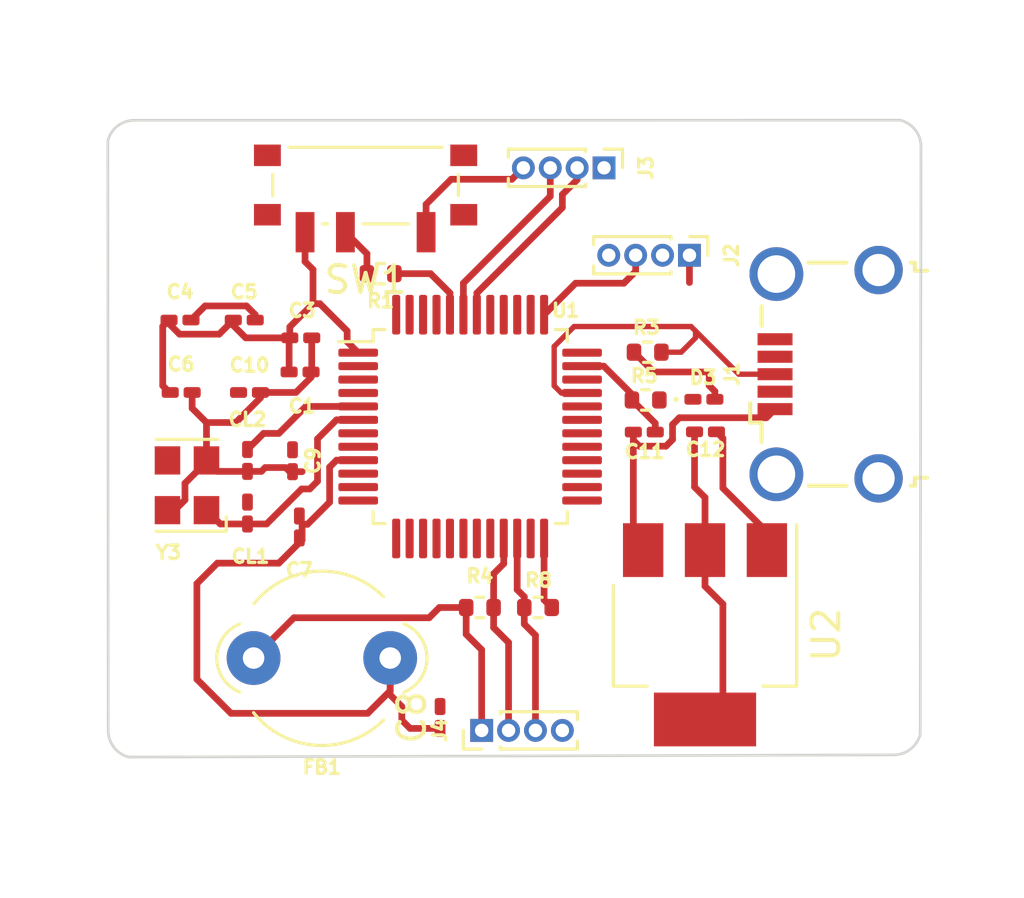
<source format=kicad_pcb>
(kicad_pcb (version 20221018) (generator pcbnew)
  (title_block (title "STM32 PCB BOARD") (company "Rafi's Lab") (comment 1 "using STM32f103c8t6"))
  (layers (0 "F.Cu" signal) (31 "B.Cu" signal) (34 "B.Paste" user) (35 "F.Paste" user) (36 "B.SilkS" user "B.Silkscreen") (37 "F.SilkS" user "F.Silkscreen") (38 "B.Mask" user) (39 "F.Mask" user) (44 "Edge.Cuts" user))
  (net 0 "")
  (net 1 "+3.3V")
  (net 2 "GND1")
  (net 3 "+3.3VA")
  (net 4 "/NRST")
  (net 5 "VBUS")
  (net 6 "/HSE_OUT")
  (net 7 "/HSE_IN")
  (net 8 "/PWR_LED_K")
  (net 9 "/USB_D-")
  (net 10 "/USB_D+")
  (net 13 "/SWDIO")
  (net 14 "/SWCLK")
  (net 15 "/USART1_TX")
  (net 16 "/USART1_RX")
  (net 17 "/I2C2_SCL")
  (net 18 "/I2C2_SDA")
  (net 19 "/SW_BOOT0")
  (net 20 "/BOOT0")
  (footprint "Capacitor_SMD:C_0201_0603Metric_Pad0.64x0.40mm_HandSolder" (layer "F.Cu") (at 142.6725 73.914)
    (fp_text reference "C6" (at 0 -1.05) (layer "F.SilkS") (effects (font (size 0.5 0.5) (thickness 0.125))))
    (fp_text value "10u")
    (pad "1" smd roundrect (at -0.4075 0) (size 0.635 0.4) (layers "F.Cu" "F.Mask") (net 1 "+3.3V"))
    (pad "2" smd roundrect (at 0.4075 0) (size 0.635 0.4) (layers "F.Cu" "F.Mask") (net 2 "GND1"))
  )
  (footprint "Capacitor_SMD:C_0201_0603Metric_Pad0.64x0.40mm_HandSolder" (layer "F.Cu") (at 145.137 76.442869 -90)
    (fp_text reference "CL2" (at -1.524 0 180) (layer "F.SilkS") (effects (font (size 0.5 0.5) (thickness 0.125))))
    (fp_text value "10p")
    (pad "1" smd roundrect (at -0.4075 0 270) (size 0.635 0.4) (layers "F.Cu" "F.Mask") (net 7 "/HSE_IN"))
    (pad "2" smd roundrect (at 0.4075 0 270) (size 0.635 0.4) (layers "F.Cu" "F.Mask") (net 2 "GND1"))
  )
  (footprint "Ferrite_THT:LairdTech_28C0236-0JW-10" (layer "F.Cu") (at 150.4442 83.7946 180)
    (fp_text reference "FB1" (at 2.54 -4.064) (layer "F.SilkS") (effects (font (size 0.5 0.5) (thickness 0.125))))
    (fp_text value "FerriteBead_Small")
    (fp_arc (start -0.508 1.27) (mid -1.367832 0) (end -0.508 -1.27) (stroke (width 0.12)) (layer "F.SilkS"))
    (fp_arc (start 0.239932 -2.300068) (mid 2.71988 -3.24781) (end 5.08 -2.032) (stroke (width 0.12)) (layer "F.SilkS"))
    (fp_arc (start 5.064465 2.019572) (mid 2.71878 3.227946) (end 0.254 2.286) (stroke (width 0.12)) (layer "F.SilkS"))
    (fp_arc (start 5.588 -1.27) (mid 6.447832 0) (end 5.588 1.27) (stroke (width 0.12)) (layer "F.SilkS"))
    (pad "1" thru_hole circle (at 0 0 180) (size 2 2) (drill 0.8) (layers "*.Cu" "*.Mask") (net 3 "+3.3VA"))
    (pad "2" thru_hole circle (at 5.08 0 180) (size 2 2) (drill 0.8) (layers "*.Cu" "*.Mask") (net 1 "+3.3V"))
  )
  (footprint "Resistor_SMD:R_0402_1005Metric" (layer "F.Cu") (at 150.0886 69.4944)
    (fp_text reference "R1" (at 0 1.016) (layer "F.SilkS") (effects (font (size 0.5 0.5) (thickness 0.125))))
    (fp_text value "10k")
    (fp_line (start -0.153641 -0.38) (end 0.153641 -0.38) (stroke (width 0.12)) (layer "F.SilkS"))
    (fp_line (start -0.153641 0.38) (end 0.153641 0.38) (stroke (width 0.12)) (layer "F.SilkS"))
    (pad "1" smd roundrect (at -0.51 0) (size 0.54 0.64) (layers "F.Cu" "F.Paste" "F.Mask") (net 19 "/SW_BOOT0"))
    (pad "2" smd roundrect (at 0.51 0) (size 0.54 0.64) (layers "F.Cu" "F.Paste" "F.Mask") (net 20 "/BOOT0"))
  )
  (footprint "Capacitor_SMD:C_0201_0603Metric_Pad0.64x0.40mm_HandSolder" (layer "F.Cu") (at 145.137 78.399369 90)
    (fp_text reference "CL1" (at -1.610631 0.110951 180) (layer "F.SilkS") (effects (font (size 0.5 0.5) (thickness 0.125))))
    (fp_text value "10p")
    (pad "1" smd roundrect (at -0.4075 0 90) (size 0.635 0.4) (layers "F.Cu" "F.Mask") (net 6 "/HSE_OUT"))
    (pad "2" smd roundrect (at 0.4075 0 90) (size 0.635 0.4) (layers "F.Cu" "F.Mask") (net 2 "GND1"))
  )
  (footprint "Capacitor_SMD:C_0201_0603Metric_Pad0.64x0.40mm_HandSolder" (layer "F.Cu") (at 147.1185 71.882)
    (fp_text reference "C3" (at 0.0505 -1.016) (layer "F.SilkS") (effects (font (size 0.5 0.5) (thickness 0.125))))
    (fp_text value "100n")
    (pad "1" smd roundrect (at -0.4075 0) (size 0.635 0.4) (layers "F.Cu" "F.Mask") (net 1 "+3.3V"))
    (pad "2" smd roundrect (at 0.4075 0) (size 0.635 0.4) (layers "F.Cu" "F.Mask") (net 2 "GND1"))
  )
  (footprint "Capacitor_SMD:C_0201_0603Metric_Pad0.64x0.40mm_HandSolder" (layer "F.Cu") (at 145.2125 73.914)
    (fp_text reference "C10" (at 0 -1.016) (layer "F.SilkS") (effects (font (size 0.5 0.5) (thickness 0.125))))
    (fp_text value "100n")
    (pad "1" smd roundrect (at -0.4075 0) (size 0.635 0.4) (layers "F.Cu" "F.Mask") (net 4 "/NRST"))
    (pad "2" smd roundrect (at 0.4075 0) (size 0.635 0.4) (layers "F.Cu" "F.Mask") (net 2 "GND1"))
  )
  (footprint "Capacitor_SMD:C_0201_0603Metric_Pad0.64x0.40mm_HandSolder" (layer "F.Cu") (at 145.017623 71.220294)
    (fp_text reference "C5" (at 0 -1.05) (layer "F.SilkS") (effects (font (size 0.5 0.5) (thickness 0.125))))
    (fp_text value "100n")
    (pad "1" smd roundrect (at -0.4075 0) (size 0.635 0.4) (layers "F.Cu" "F.Mask") (net 1 "+3.3V"))
    (pad "2" smd roundrect (at 0.4075 0) (size 0.635 0.4) (layers "F.Cu" "F.Mask") (net 2 "GND1"))
  )
  (footprint "Capacitor_SMD:C_0201_0603Metric_Pad0.64x0.40mm_HandSolder" (layer "F.Cu") (at 159.8923 75.3872)
    (fp_text reference "C11" (at 0.012185 0.73168) (layer "F.SilkS") (effects (font (size 0.5 0.5) (thickness 0.125))))
    (fp_text value "22U")
    (pad "1" smd roundrect (at -0.4075 0) (size 0.635 0.4) (layers "F.Cu" "F.Mask") (net 5 "VBUS"))
    (pad "2" smd roundrect (at 0.4075 0) (size 0.635 0.4) (layers "F.Cu" "F.Mask") (net 2 "GND1"))
  )
  (footprint "Connector_PinHeader_1.00mm:PinHeader_1x04_P1.00mm_Vertical" (layer "F.Cu") (at 158.3958 65.5574 -90)
    (fp_text reference "J3" (at 0 -1.56 90) (layer "F.SilkS") (effects (font (size 0.5 0.5) (thickness 0.125))))
    (fp_text value "Conn_01x04_Pin")
    (fp_line (start -0.695 -0.685) (end 0 -0.685) (stroke (width 0.12)) (layer "F.SilkS"))
    (fp_line (start -0.695 0) (end -0.695 -0.685) (stroke (width 0.12)) (layer "F.SilkS"))
    (fp_line (start -0.695 0.685) (end -0.695 3.56) (stroke (width 0.12)) (layer "F.SilkS"))
    (fp_line (start -0.695 0.685) (end -0.608276 0.685) (stroke (width 0.12)) (layer "F.SilkS"))
    (fp_line (start -0.695 3.56) (end -0.394493 3.56) (stroke (width 0.12)) (layer "F.SilkS"))
    (fp_line (start 0.394493 3.56) (end 0.695 3.56) (stroke (width 0.12)) (layer "F.SilkS"))
    (fp_line (start 0.608276 0.685) (end 0.695 0.685) (stroke (width 0.12)) (layer "F.SilkS"))
    (fp_line (start 0.695 0.685) (end 0.695 3.56) (stroke (width 0.12)) (layer "F.SilkS"))
    (pad "1" thru_hole rect (at 0 0 270) (size 0.85 0.85) (drill 0.5) (layers "*.Cu" "*.Mask") (net 1 "+3.3V"))
    (pad "2" thru_hole oval (at 0 1 270) (size 0.85 0.85) (drill 0.5) (layers "*.Cu" "*.Mask") (net 15 "/USART1_TX"))
    (pad "3" thru_hole oval (at 0 2 270) (size 0.85 0.85) (drill 0.5) (layers "*.Cu" "*.Mask") (net 16 "/USART1_RX"))
    (pad "4" thru_hole oval (at 0 3 270) (size 0.85 0.85) (drill 0.5) (layers "*.Cu" "*.Mask") (net 2 "GND1"))
  )
  (footprint "Capacitor_SMD:C_0201_0603Metric_Pad0.64x0.40mm_HandSolder" (layer "F.Cu") (at 147.066 78.9185 90)
    (fp_text reference "C7" (at -1.5995 0 180) (layer "F.SilkS") (effects (font (size 0.5 0.5) (thickness 0.125))))
    (fp_text value "10n")
    (pad "1" smd roundrect (at -0.4075 0 90) (size 0.635 0.4) (layers "F.Cu" "F.Mask") (net 3 "+3.3VA"))
    (pad "2" smd roundrect (at 0.4075 0 90) (size 0.635 0.4) (layers "F.Cu" "F.Mask") (net 2 "GND1"))
  )
  (footprint "Capacitor_SMD:C_0201_0603Metric_Pad0.64x0.40mm_HandSolder" (layer "F.Cu") (at 147.0935 73.152)
    (fp_text reference "C1" (at 0.0755 1.27) (layer "F.SilkS") (effects (font (size 0.5 0.5) (thickness 0.125))))
    (fp_text value "100n")
    (pad "1" smd roundrect (at -0.4075 0) (size 0.635 0.4) (layers "F.Cu" "F.Mask") (net 1 "+3.3V"))
    (pad "2" smd roundrect (at 0.4075 0) (size 0.635 0.4) (layers "F.Cu" "F.Mask") (net 2 "GND1"))
  )
  (footprint "Capacitor_SMD:C_0201_0603Metric_Pad0.64x0.40mm_HandSolder" (layer "F.Cu") (at 142.628623 71.220294)
    (fp_text reference "C4" (at 0 -1.05) (layer "F.SilkS") (effects (font (size 0.5 0.5) (thickness 0.125))))
    (fp_text value "100n")
    (pad "1" smd roundrect (at -0.4075 0) (size 0.635 0.4) (layers "F.Cu" "F.Mask") (net 1 "+3.3V"))
    (pad "2" smd roundrect (at 0.4075 0) (size 0.635 0.4) (layers "F.Cu" "F.Mask") (net 2 "GND1"))
  )
  (footprint "Resistor_SMD:R_0402_1005Metric" (layer "F.Cu") (at 155.94 81.915 180)
    (fp_text reference "R8" (at -0.016 1.016) (layer "F.SilkS") (effects (font (size 0.5 0.5) (thickness 0.125))))
    (fp_text value "1k5")
    (fp_line (start -0.153641 -0.38) (end 0.153641 -0.38) (stroke (width 0.12)) (layer "F.SilkS"))
    (fp_line (start -0.153641 0.38) (end 0.153641 0.38) (stroke (width 0.12)) (layer "F.SilkS"))
    (pad "1" smd roundrect (at -0.51 0 180) (size 0.54 0.64) (layers "F.Cu" "F.Paste" "F.Mask") (net 1 "+3.3V"))
    (pad "2" smd roundrect (at 0.51 0 180) (size 0.54 0.64) (layers "F.Cu" "F.Paste" "F.Mask") (net 18 "/I2C2_SDA"))
  )
  (footprint "MountingHole:MountingHole_2.2mm_M2" (layer "F.Cu") (at 141.8336 86.106)
    (fp_text reference "H4" hide)
    (fp_text value "MountingHole")
    (pad "" np_thru_hole circle (at 0 0) (size 2.2 2.2) (drill 2.2) (layers "*.Cu" "*.Mask"))
  )
  (footprint "Resistor_SMD:R_0402_1005Metric" (layer "F.Cu") (at 159.9418 74.1934 180)
    (fp_text reference "R5" (at 0.050706 0.898668) (layer "F.SilkS") (effects (font (size 0.5 0.5) (thickness 0.125))))
    (fp_text value "1k5")
    (fp_line (start -0.153641 -0.38) (end 0.153641 -0.38) (stroke (width 0.12)) (layer "F.SilkS"))
    (fp_line (start -0.153641 0.38) (end 0.153641 0.38) (stroke (width 0.12)) (layer "F.SilkS"))
    (pad "1" smd roundrect (at -0.51 0 180) (size 0.54 0.64) (layers "F.Cu" "F.Paste" "F.Mask") (net 8 "/PWR_LED_K"))
    (pad "2" smd roundrect (at 0.51 0 180) (size 0.54 0.64) (layers "F.Cu" "F.Paste" "F.Mask") (net 2 "GND1"))
  )
  (footprint "Connector_PinHeader_1.00mm:PinHeader_1x04_P1.00mm_Vertical" (layer "F.Cu") (at 161.5708 68.8086 -90)
    (fp_text reference "J2" (at 0 -1.56 90) (layer "F.SilkS") (effects (font (size 0.5 0.5) (thickness 0.125))))
    (fp_text value "Conn_01x04_Pin")
    (fp_line (start -0.695 -0.685) (end 0 -0.685) (stroke (width 0.12)) (layer "F.SilkS"))
    (fp_line (start -0.695 0) (end -0.695 -0.685) (stroke (width 0.12)) (layer "F.SilkS"))
    (fp_line (start -0.695 0.685) (end -0.695 3.56) (stroke (width 0.12)) (layer "F.SilkS"))
    (fp_line (start -0.695 0.685) (end -0.608276 0.685) (stroke (width 0.12)) (layer "F.SilkS"))
    (fp_line (start -0.695 3.56) (end -0.394493 3.56) (stroke (width 0.12)) (layer "F.SilkS"))
    (fp_line (start 0.394493 3.56) (end 0.695 3.56) (stroke (width 0.12)) (layer "F.SilkS"))
    (fp_line (start 0.608276 0.685) (end 0.695 0.685) (stroke (width 0.12)) (layer "F.SilkS"))
    (fp_line (start 0.695 0.685) (end 0.695 3.56) (stroke (width 0.12)) (layer "F.SilkS"))
    (pad "1" thru_hole rect (at 0 0 270) (size 0.85 0.85) (drill 0.5) (layers "*.Cu" "*.Mask") (net 1 "+3.3V"))
    (pad "2" thru_hole oval (at 0 1 270) (size 0.85 0.85) (drill 0.5) (layers "*.Cu" "*.Mask") (net 13 "/SWDIO"))
    (pad "3" thru_hole oval (at 0 2 270) (size 0.85 0.85) (drill 0.5) (layers "*.Cu" "*.Mask") (net 14 "/SWCLK"))
    (pad "4" thru_hole oval (at 0 3 270) (size 0.85 0.85) (drill 0.5) (layers "*.Cu" "*.Mask") (net 2 "GND1"))
  )
  (footprint "Connector_PinHeader_1.00mm:PinHeader_1x04_P1.00mm_Vertical" (layer "F.Cu") (at 153.845 86.487 90)
    (fp_text reference "J4" (at 0 -1.56 90) (layer "F.SilkS") (effects (font (size 0.5 0.5) (thickness 0.125))))
    (fp_text value "Conn_01x04_Pin")
    (fp_line (start -0.695 -0.685) (end 0 -0.685) (stroke (width 0.12)) (layer "F.SilkS"))
    (fp_line (start -0.695 0) (end -0.695 -0.685) (stroke (width 0.12)) (layer "F.SilkS"))
    (fp_line (start -0.695 0.685) (end -0.695 3.56) (stroke (width 0.12)) (layer "F.SilkS"))
    (fp_line (start -0.695 0.685) (end -0.608276 0.685) (stroke (width 0.12)) (layer "F.SilkS"))
    (fp_line (start -0.695 3.56) (end -0.394493 3.56) (stroke (width 0.12)) (layer "F.SilkS"))
    (fp_line (start 0.394493 3.56) (end 0.695 3.56) (stroke (width 0.12)) (layer "F.SilkS"))
    (fp_line (start 0.608276 0.685) (end 0.695 0.685) (stroke (width 0.12)) (layer "F.SilkS"))
    (fp_line (start 0.695 0.685) (end 0.695 3.56) (stroke (width 0.12)) (layer "F.SilkS"))
    (pad "1" thru_hole rect (at 0 0 90) (size 0.85 0.85) (drill 0.5) (layers "*.Cu" "*.Mask") (net 1 "+3.3V"))
    (pad "2" thru_hole oval (at 0 1 90) (size 0.85 0.85) (drill 0.5) (layers "*.Cu" "*.Mask") (net 17 "/I2C2_SCL"))
    (pad "3" thru_hole oval (at 0 2 90) (size 0.85 0.85) (drill 0.5) (layers "*.Cu" "*.Mask") (net 18 "/I2C2_SDA"))
    (pad "4" thru_hole oval (at 0 3 90) (size 0.85 0.85) (drill 0.5) (layers "*.Cu" "*.Mask") (net 2 "GND1"))
  )
  (footprint "LED_SMD:LED_0201_0603Metric_Pad0.64x0.40mm_HandSolder" (layer "F.Cu") (at 162.1084 74.168)
    (fp_text reference "D3" (at -0.031 -0.8128) (layer "F.SilkS") (effects (font (size 0.5 0.5) (thickness 0.125) bold)))
    (fp_text value "LED_Small")
    (fp_circle (center -1.035 0) (end -0.985 0) (stroke (width 0.1)) (fill none) (layer "F.SilkS"))
    (pad "1" smd roundrect (at -0.4075 0) (size 0.635 0.4) (layers "F.Cu" "F.Mask") (net 8 "/PWR_LED_K"))
    (pad "2" smd roundrect (at 0.4075 0) (size 0.635 0.4) (layers "F.Cu" "F.Mask") (net 1 "+3.3V"))
  )
  (footprint "Capacitor_SMD:C_0201_0603Metric_Pad0.64x0.40mm_HandSolder" (layer "F.Cu") (at 146.812 76.454 -90)
    (fp_text reference "C9" (at 0 -0.762 90) (layer "F.SilkS") (effects (font (size 0.5 0.5) (thickness 0.125))))
    (fp_text value "100n")
    (pad "1" smd roundrect (at -0.4075 0 270) (size 0.635 0.4) (layers "F.Cu" "F.Mask") (net 1 "+3.3V"))
    (pad "2" smd roundrect (at 0.4075 0 270) (size 0.635 0.4) (layers "F.Cu" "F.Mask") (net 2 "GND1"))
  )
  (footprint "Resistor_SMD:R_0402_1005Metric" (layer "F.Cu") (at 160.018 72.4154 180)
    (fp_text reference "R3" (at 0.0508 0.9144 180) (layer "F.SilkS") (effects (font (size 0.5 0.5) (thickness 0.125))))
    (fp_text value "1k5")
    (fp_line (start -0.153641 -0.38) (end 0.153641 -0.38) (stroke (width 0.12)) (layer "F.SilkS"))
    (fp_line (start -0.153641 0.38) (end 0.153641 0.38) (stroke (width 0.12)) (layer "F.SilkS"))
    (pad "1" smd roundrect (at -0.51 0 180) (size 0.54 0.64) (layers "F.Cu" "F.Paste" "F.Mask") (net 10 "/USB_D+"))
    (pad "2" smd roundrect (at 0.51 0 180) (size 0.54 0.64) (layers "F.Cu" "F.Paste" "F.Mask") (net 1 "+3.3V"))
  )
  (footprint "MountingHole:MountingHole_2.2mm_M2" (layer "F.Cu") (at 168.583974 65.360266)
    (fp_text reference "H2" hide)
    (fp_text value "MountingHole")
    (pad "" np_thru_hole circle (at 0 0) (size 2.2 2.2) (drill 2.2) (layers "*.Cu" "*.Mask"))
  )
  (footprint "Oscillator:Oscillator_SMD_Kyocera_KC2520Z-4Pin_2.5x2.0mm" (layer "F.Cu") (at 142.888 77.367869 180)
    (fp_text reference "Y3" (at 0.688049 -2.5) (layer "F.SilkS") (effects (font (size 0.5 0.5) (thickness 0.125))))
    (fp_text value "16MHz")
    (fp_line (start -1.46 -1.71) (end 1.15 -1.71) (stroke (width 0.12)) (layer "F.SilkS"))
    (fp_line (start -1.46 -1.17) (end -1.46 -1.71) (stroke (width 0.12)) (layer "F.SilkS"))
    (fp_line (start 1.14 1.71) (end -1.14 1.71) (stroke (width 0.12)) (layer "F.SilkS"))
    (pad "1" smd rect (at -0.725 -0.925 180) (size 0.95 1.05) (layers "F.Cu" "F.Paste" "F.Mask") (net 6 "/HSE_OUT"))
    (pad "2" smd rect (at -0.725 0.925 180) (size 0.95 1.05) (layers "F.Cu" "F.Paste" "F.Mask") (net 2 "GND1"))
    (pad "3" smd rect (at 0.725 0.925 180) (size 0.95 1.05) (layers "F.Cu" "F.Paste" "F.Mask") (net 7 "/HSE_IN"))
    (pad "4" smd rect (at 0.725 -0.925 180) (size 0.95 1.05) (layers "F.Cu" "F.Paste" "F.Mask") (net 2 "GND1"))
  )
  (footprint "MountingHole:MountingHole_2.2mm_M2" (layer "F.Cu") (at 168.886479 85.527212)
    (fp_text reference "H1" hide)
    (fp_text value "MountingHole")
    (pad "" np_thru_hole circle (at 0 0) (size 2.2 2.2) (drill 2.2) (layers "*.Cu" "*.Mask"))
  )
  (footprint "Button_Switch_SMD:SW_SPDT_PCM12" (layer "F.Cu") (at 149.5284 66.5224 180)
    (fp_text reference "SW1" (at 0 -3.2 180) (layer "F.SilkS"))
    (fp_text value "SW_SPDT")
    (fp_line (start -3.45 -0.07) (end -3.45 0.72) (stroke (width 0.12)) (layer "F.SilkS"))
    (fp_line (start -2.85 1.73) (end 2.85 1.73) (stroke (width 0.12)) (layer "F.SilkS"))
    (fp_line (start -1.6 -1.12) (end 0.1 -1.12) (stroke (width 0.12)) (layer "F.SilkS"))
    (fp_line (start 1.4 -1.12) (end 1.6 -1.12) (stroke (width 0.12)) (layer "F.SilkS"))
    (fp_line (start 3.45 0.72) (end 3.45 -0.07) (stroke (width 0.12)) (layer "F.SilkS"))
    (pad "" smd rect (at -3.65 -0.78 180) (size 1 0.8) (layers "F.Cu" "F.Paste" "F.Mask"))
    (pad "" smd rect (at -3.65 1.43 180) (size 1 0.8) (layers "F.Cu" "F.Paste" "F.Mask"))
    (pad "" np_thru_hole circle (at -1.5 0.33 180) (size 0.9 0.9) (drill 0.9) (layers "*.Cu" "*.Mask"))
    (pad "" np_thru_hole circle (at 1.5 0.33 180) (size 0.9 0.9) (drill 0.9) (layers "*.Cu" "*.Mask"))
    (pad "" smd rect (at 3.65 -0.78 180) (size 1 0.8) (layers "F.Cu" "F.Paste" "F.Mask"))
    (pad "" smd rect (at 3.65 1.43 180) (size 1 0.8) (layers "F.Cu" "F.Paste" "F.Mask"))
    (pad "1" smd rect (at -2.25 -1.43 180) (size 0.7 1.5) (layers "F.Cu" "F.Paste" "F.Mask") (net 2 "GND1"))
    (pad "2" smd rect (at 0.75 -1.43 180) (size 0.7 1.5) (layers "F.Cu" "F.Paste" "F.Mask") (net 19 "/SW_BOOT0"))
    (pad "3" smd rect (at 2.25 -1.43 180) (size 0.7 1.5) (layers "F.Cu" "F.Paste" "F.Mask") (net 1 "+3.3V"))
  )
  (footprint "Package_QFP:LQFP-48_7x7mm_P0.5mm" (layer "F.Cu") (at 153.416 75.184)
    (fp_text reference "U1" (at 3.556 -4.318) (layer "F.SilkS") (effects (font (size 0.5 0.5) (thickness 0.125))))
    (fp_text value "STM32F103C8Tx")
    (fp_line (start -3.61 -3.61) (end -3.61 -3.16) (stroke (width 0.12)) (layer "F.SilkS"))
    (fp_line (start -3.61 -3.16) (end -4.9 -3.16) (stroke (width 0.12)) (layer "F.SilkS"))
    (fp_line (start -3.61 3.61) (end -3.61 3.16) (stroke (width 0.12)) (layer "F.SilkS"))
    (fp_line (start -3.16 -3.61) (end -3.61 -3.61) (stroke (width 0.12)) (layer "F.SilkS"))
    (fp_line (start -3.16 3.61) (end -3.61 3.61) (stroke (width 0.12)) (layer "F.SilkS"))
    (fp_line (start 3.16 -3.61) (end 3.61 -3.61) (stroke (width 0.12)) (layer "F.SilkS"))
    (fp_line (start 3.16 3.61) (end 3.61 3.61) (stroke (width 0.12)) (layer "F.SilkS"))
    (fp_line (start 3.61 -3.61) (end 3.61 -3.16) (stroke (width 0.12)) (layer "F.SilkS"))
    (fp_line (start 3.61 3.61) (end 3.61 3.16) (stroke (width 0.12)) (layer "F.SilkS"))
    (pad "1" smd roundrect (at -4.1625 -2.75) (size 1.475 0.3) (layers "F.Cu" "F.Paste" "F.Mask") (net 1 "+3.3V"))
    (pad "2" smd roundrect (at -4.1625 -2.25) (size 1.475 0.3) (layers "F.Cu" "F.Paste" "F.Mask"))
    (pad "3" smd roundrect (at -4.1625 -1.75) (size 1.475 0.3) (layers "F.Cu" "F.Paste" "F.Mask"))
    (pad "4" smd roundrect (at -4.1625 -1.25) (size 1.475 0.3) (layers "F.Cu" "F.Paste" "F.Mask"))
    (pad "5" smd roundrect (at -4.1625 -0.75) (size 1.475 0.3) (layers "F.Cu" "F.Paste" "F.Mask") (net 7 "/HSE_IN"))
    (pad "6" smd roundrect (at -4.1625 -0.25) (size 1.475 0.3) (layers "F.Cu" "F.Paste" "F.Mask") (net 6 "/HSE_OUT"))
    (pad "7" smd roundrect (at -4.1625 0.25) (size 1.475 0.3) (layers "F.Cu" "F.Paste" "F.Mask") (net 4 "/NRST"))
    (pad "8" smd roundrect (at -4.1625 0.75) (size 1.475 0.3) (layers "F.Cu" "F.Paste" "F.Mask") (net 2 "GND1"))
    (pad "9" smd roundrect (at -4.1625 1.25) (size 1.475 0.3) (layers "F.Cu" "F.Paste" "F.Mask") (net 3 "+3.3VA"))
    (pad "10" smd roundrect (at -4.1625 1.75) (size 1.475 0.3) (layers "F.Cu" "F.Paste" "F.Mask"))
    (pad "11" smd roundrect (at -4.1625 2.25) (size 1.475 0.3) (layers "F.Cu" "F.Paste" "F.Mask"))
    (pad "12" smd roundrect (at -4.1625 2.75) (size 1.475 0.3) (layers "F.Cu" "F.Paste" "F.Mask"))
    (pad "13" smd roundrect (at -2.75 4.1625) (size 0.3 1.475) (layers "F.Cu" "F.Paste" "F.Mask"))
    (pad "14" smd roundrect (at -2.25 4.1625) (size 0.3 1.475) (layers "F.Cu" "F.Paste" "F.Mask"))
    (pad "15" smd roundrect (at -1.75 4.1625) (size 0.3 1.475) (layers "F.Cu" "F.Paste" "F.Mask"))
    (pad "16" smd roundrect (at -1.25 4.1625) (size 0.3 1.475) (layers "F.Cu" "F.Paste" "F.Mask"))
    (pad "17" smd roundrect (at -0.75 4.1625) (size 0.3 1.475) (layers "F.Cu" "F.Paste" "F.Mask"))
    (pad "18" smd roundrect (at -0.25 4.1625) (size 0.3 1.475) (layers "F.Cu" "F.Paste" "F.Mask"))
    (pad "19" smd roundrect (at 0.25 4.1625) (size 0.3 1.475) (layers "F.Cu" "F.Paste" "F.Mask"))
    (pad "20" smd roundrect (at 0.75 4.1625) (size 0.3 1.475) (layers "F.Cu" "F.Paste" "F.Mask"))
    (pad "21" smd roundrect (at 1.25 4.1625) (size 0.3 1.475) (layers "F.Cu" "F.Paste" "F.Mask") (net 17 "/I2C2_SCL"))
    (pad "22" smd roundrect (at 1.75 4.1625) (size 0.3 1.475) (layers "F.Cu" "F.Paste" "F.Mask") (net 18 "/I2C2_SDA"))
    (pad "23" smd roundrect (at 2.25 4.1625) (size 0.3 1.475) (layers "F.Cu" "F.Paste" "F.Mask") (net 2 "GND1"))
    (pad "24" smd roundrect (at 2.75 4.1625) (size 0.3 1.475) (layers "F.Cu" "F.Paste" "F.Mask") (net 1 "+3.3V"))
    (pad "25" smd roundrect (at 4.1625 2.75) (size 1.475 0.3) (layers "F.Cu" "F.Paste" "F.Mask"))
    (pad "26" smd roundrect (at 4.1625 2.25) (size 1.475 0.3) (layers "F.Cu" "F.Paste" "F.Mask"))
    (pad "27" smd roundrect (at 4.1625 1.75) (size 1.475 0.3) (layers "F.Cu" "F.Paste" "F.Mask"))
    (pad "28" smd roundrect (at 4.1625 1.25) (size 1.475 0.3) (layers "F.Cu" "F.Paste" "F.Mask"))
    (pad "29" smd roundrect (at 4.1625 0.75) (size 1.475 0.3) (layers "F.Cu" "F.Paste" "F.Mask"))
    (pad "30" smd roundrect (at 4.1625 0.25) (size 1.475 0.3) (layers "F.Cu" "F.Paste" "F.Mask"))
    (pad "31" smd roundrect (at 4.1625 -0.25) (size 1.475 0.3) (layers "F.Cu" "F.Paste" "F.Mask"))
    (pad "32" smd roundrect (at 4.1625 -0.75) (size 1.475 0.3) (layers "F.Cu" "F.Paste" "F.Mask") (net 9 "/USB_D-"))
    (pad "33" smd roundrect (at 4.1625 -1.25) (size 1.475 0.3) (layers "F.Cu" "F.Paste" "F.Mask") (net 10 "/USB_D+"))
    (pad "34" smd roundrect (at 4.1625 -1.75) (size 1.475 0.3) (layers "F.Cu" "F.Paste" "F.Mask") (net 13 "/SWDIO"))
    (pad "35" smd roundrect (at 4.1625 -2.25) (size 1.475 0.3) (layers "F.Cu" "F.Paste" "F.Mask") (net 2 "GND1"))
    (pad "36" smd roundrect (at 4.1625 -2.75) (size 1.475 0.3) (layers "F.Cu" "F.Paste" "F.Mask") (net 1 "+3.3V"))
    (pad "37" smd roundrect (at 2.75 -4.1625) (size 0.3 1.475) (layers "F.Cu" "F.Paste" "F.Mask") (net 14 "/SWCLK"))
    (pad "38" smd roundrect (at 2.25 -4.1625) (size 0.3 1.475) (layers "F.Cu" "F.Paste" "F.Mask"))
    (pad "39" smd roundrect (at 1.75 -4.1625) (size 0.3 1.475) (layers "F.Cu" "F.Paste" "F.Mask"))
    (pad "40" smd roundrect (at 1.25 -4.1625) (size 0.3 1.475) (layers "F.Cu" "F.Paste" "F.Mask"))
    (pad "41" smd roundrect (at 0.75 -4.1625) (size 0.3 1.475) (layers "F.Cu" "F.Paste" "F.Mask"))
    (pad "42" smd roundrect (at 0.25 -4.1625) (size 0.3 1.475) (layers "F.Cu" "F.Paste" "F.Mask") (net 15 "/USART1_TX"))
    (pad "43" smd roundrect (at -0.25 -4.1625) (size 0.3 1.475) (layers "F.Cu" "F.Paste" "F.Mask") (net 16 "/USART1_RX"))
    (pad "44" smd roundrect (at -0.75 -4.1625) (size 0.3 1.475) (layers "F.Cu" "F.Paste" "F.Mask") (net 20 "/BOOT0"))
    (pad "45" smd roundrect (at -1.25 -4.1625) (size 0.3 1.475) (layers "F.Cu" "F.Paste" "F.Mask"))
    (pad "46" smd roundrect (at -1.75 -4.1625) (size 0.3 1.475) (layers "F.Cu" "F.Paste" "F.Mask"))
    (pad "47" smd roundrect (at -2.25 -4.1625) (size 0.3 1.475) (layers "F.Cu" "F.Paste" "F.Mask") (net 2 "GND1"))
    (pad "48" smd roundrect (at -2.75 -4.1625) (size 0.3 1.475) (layers "F.Cu" "F.Paste" "F.Mask") (net 1 "+3.3V"))
  )
  (footprint "Resistor_SMD:R_0402_1005Metric" (layer "F.Cu") (at 153.779 81.915)
    (fp_text reference "R4" (at 0 -1.17) (layer "F.SilkS") (effects (font (size 0.5 0.5) (thickness 0.125))))
    (fp_text value "1k5")
    (fp_line (start -0.153641 -0.38) (end 0.153641 -0.38) (stroke (width 0.12)) (layer "F.SilkS"))
    (fp_line (start -0.153641 0.38) (end 0.153641 0.38) (stroke (width 0.12)) (layer "F.SilkS"))
    (pad "1" smd roundrect (at -0.51 0) (size 0.54 0.64) (layers "F.Cu" "F.Paste" "F.Mask") (net 1 "+3.3V"))
    (pad "2" smd roundrect (at 0.51 0) (size 0.54 0.64) (layers "F.Cu" "F.Paste" "F.Mask") (net 17 "/I2C2_SCL"))
  )
  (footprint "Capacitor_SMD:C_0201_0603Metric_Pad0.64x0.40mm_HandSolder" (layer "F.Cu") (at 152.2984 86.0055 90)
    (fp_text reference "C8" (at 0 -1.05 90) (layer "F.SilkS"))
    (fp_text value "1u")
    (pad "1" smd roundrect (at -0.4075 0 90) (size 0.635 0.4) (layers "F.Cu" "F.Mask") (net 3 "+3.3VA"))
    (pad "2" smd roundrect (at 0.4075 0 90) (size 0.635 0.4) (layers "F.Cu" "F.Mask") (net 2 "GND1"))
  )
  (footprint "Capacitor_SMD:C_0201_0603Metric_Pad0.64x0.40mm_HandSolder" (layer "F.Cu") (at 162.167353 75.378824)
    (fp_text reference "C12" (at 0 0.658848) (layer "F.SilkS") (effects (font (size 0.5 0.5) (thickness 0.125))))
    (fp_text value "22U")
    (pad "1" smd roundrect (at -0.4075 0) (size 0.635 0.4) (layers "F.Cu" "F.Mask") (net 1 "+3.3V"))
    (pad "2" smd roundrect (at 0.4075 0) (size 0.635 0.4) (layers "F.Cu" "F.Mask") (net 2 "GND1"))
  )
  (footprint "Connector_USB:USB_Micro-B_Wuerth_629105150521_CircularHoles" (layer "F.Cu") (at 166.653173 73.234683 90)
    (fp_text reference "J1" (at 0 -3.5 90) (layer "F.SilkS") (effects (font (size 0.5 0.5) (thickness 0.125))))
    (fp_text value "USB_B_Micro")
    (fp_line (start -4.15 -0.65) (end -4.15 0.75) (stroke (width 0.15)) (layer "F.SilkS"))
    (fp_line (start -4.15 3.15) (end -4.15 3.3) (stroke (width 0.15)) (layer "F.SilkS"))
    (fp_line (start -4.15 3.3) (end -3.85 3.3) (stroke (width 0.15)) (layer "F.SilkS"))
    (fp_line (start -3.85 3.3) (end -3.85 3.75) (stroke (width 0.15)) (layer "F.SilkS"))
    (fp_line (start -1.8 -2.825) (end -1.8 -2.4) (stroke (width 0.15)) (layer "F.SilkS"))
    (fp_line (start -1.8 -2.4) (end -2.525 -2.4) (stroke (width 0.15)) (layer "F.SilkS"))
    (fp_line (start -1.075 -2.825) (end -1.8 -2.825) (stroke (width 0.15)) (layer "F.SilkS"))
    (fp_line (start 1.8 -2.4) (end 2.525 -2.4) (stroke (width 0.15)) (layer "F.SilkS"))
    (fp_line (start 3.85 3.3) (end 4.15 3.3) (stroke (width 0.15)) (layer "F.SilkS"))
    (fp_line (start 3.85 3.75) (end 3.85 3.3) (stroke (width 0.15)) (layer "F.SilkS"))
    (fp_line (start 4.15 0.75) (end 4.15 -0.65) (stroke (width 0.15)) (layer "F.SilkS"))
    (fp_line (start 4.15 3.3) (end 4.15 3.15) (stroke (width 0.15)) (layer "F.SilkS"))
    (pad "" np_thru_hole circle (at -2.5 -0.8 90) (size 0.8 0.8) (drill 0.8) (layers "*.Cu" "*.Mask"))
    (pad "" np_thru_hole circle (at 2.5 -0.8 90) (size 0.8 0.8) (drill 0.8) (layers "*.Cu" "*.Mask"))
    (pad "1" smd rect (at -1.3 -1.9 90) (size 0.45 1.3) (layers "F.Cu" "F.Paste" "F.Mask") (net 5 "VBUS"))
    (pad "2" smd rect (at -0.65 -1.9 90) (size 0.45 1.3) (layers "F.Cu" "F.Paste" "F.Mask") (net 9 "/USB_D-"))
    (pad "3" smd rect (at 0 -1.9 90) (size 0.45 1.3) (layers "F.Cu" "F.Paste" "F.Mask") (net 10 "/USB_D+"))
    (pad "4" smd rect (at 0.65 -1.9 90) (size 0.45 1.3) (layers "F.Cu" "F.Paste" "F.Mask"))
    (pad "5" smd rect (at 1.3 -1.9 90) (size 0.45 1.3) (layers "F.Cu" "F.Paste" "F.Mask") (net 2 "GND1"))
    (pad "6" thru_hole circle (at -3.875 1.95 90) (size 1.8 1.8) (drill 1.2) (layers "*.Cu" "*.Mask"))
    (pad "6" thru_hole circle (at -3.725 -1.85 90) (size 2 2) (drill 1.4) (layers "*.Cu" "*.Mask"))
    (pad "6" thru_hole circle (at 3.725 -1.85 90) (size 2 2) (drill 1.4) (layers "*.Cu" "*.Mask"))
    (pad "6" thru_hole circle (at 3.875 1.95 90) (size 1.8 1.8) (drill 1.2) (layers "*.Cu" "*.Mask"))
  )
  (footprint "Package_TO_SOT_SMD:SOT-223-3_TabPin2" (layer "F.Cu") (at 162.14975 82.929633 -90)
    (fp_text reference "U2" (at 0 -4.5 90) (layer "F.SilkS"))
    (fp_text value "AMS1117-3.3")
    (fp_line (start -4.1 -3.41) (end 1.91 -3.41) (stroke (width 0.12)) (layer "F.SilkS"))
    (fp_line (start -1.85 3.41) (end 1.91 3.41) (stroke (width 0.12)) (layer "F.SilkS"))
    (fp_line (start 1.91 -3.41) (end 1.91 -2.15) (stroke (width 0.12)) (layer "F.SilkS"))
    (fp_line (start 1.91 3.41) (end 1.91 2.15) (stroke (width 0.12)) (layer "F.SilkS"))
    (pad "1" smd rect (at -3.15 -2.3 270) (size 2 1.5) (layers "F.Cu" "F.Paste" "F.Mask") (net 2 "GND1"))
    (pad "2" smd rect (at -3.15 0 270) (size 2 1.5) (layers "F.Cu" "F.Paste" "F.Mask") (net 1 "+3.3V"))
    (pad "2" smd rect (at 3.15 0 270) (size 2 3.8) (layers "F.Cu" "F.Paste" "F.Mask") (net 1 "+3.3V"))
    (pad "3" smd rect (at -3.15 2.3 270) (size 2 1.5) (layers "F.Cu" "F.Paste" "F.Mask") (net 5 "VBUS"))
  )
  (footprint "MountingHole:MountingHole_2.2mm_M2" (layer "F.Cu") (at 141.5542 65.6082)
    (fp_text reference "H3" hide)
    (fp_text value "MountingHole")
    (pad "" np_thru_hole circle (at 0 0) (size 2.2 2.2) (drill 2.2) (layers "*.Cu" "*.Mask"))
  )
  (gr_line (start 170.18 64.77) (end 170.15173 86.62671) (stroke (width 0.1)) (layer "Edge.Cuts"))
  (gr_arc (start 170.15173 86.62671) (mid 169.791324 87.181111) (end 169.166065 87.396294) (stroke (width 0.1)) (layer "Edge.Cuts"))
  (gr_arc (start 140.728582 87.479606) (mid 140.174181 87.1192) (end 139.958998 86.493941) (stroke (width 0.1)) (layer "Edge.Cuts"))
  (gr_line (start 140.930182 63.78727) (end 169.410416 63.784335) (stroke (width 0.1)) (layer "Edge.Cuts"))
  (gr_arc (start 139.944517 64.556854) (mid 140.304923 64.002453) (end 140.930182 63.78727) (stroke (width 0.1)) (layer "Edge.Cuts"))
  (gr_arc (start 169.410416 63.784335) (mid 169.964817 64.144741) (end 170.18 64.77) (stroke (width 0.1)) (layer "Edge.Cuts"))
  (gr_line (start 169.166065 87.396294) (end 140.728582 87.479606) (stroke (width 0.1)) (layer "Edge.Cuts"))
  (gr_line (start 139.958998 86.493941) (end 139.944517 64.556854) (stroke (width 0.1)) (layer "Edge.Cuts"))
  (segment (start 142.221123 71.355123) (end 142.611294 71.745294) (width 0.25) (layer "F.Cu") (net 1))
  (segment (start 146.711 71.475) (end 147.574 70.612) (width 0.25) (layer "F.Cu") (net 1))
  (segment (start 141.986 73.66) (end 141.986 71.455417) (width 0.25) (layer "F.Cu") (net 1))
  (segment (start 146.8628 82.296) (end 151.892 82.296) (width 0.25) (layer "F.Cu") (net 1))
  (segment (start 147.574 69.342) (end 147.2784 69.0464) (width 0.25) (layer "F.Cu") (net 1))
  (segment (start 149.2535 72.434) (end 148.844 72.0245) (width 0.25) (layer "F.Cu") (net 1))
  (segment (start 146.686 71.907) (end 146.711 71.882) (width 0.25) (layer "F.Cu") (net 1))
  (segment (start 153.269 81.915) (end 153.269 82.911) (width 0.25) (layer "F.Cu") (net 1))
  (segment (start 162.5159 73.8699) (end 162.306 73.66) (width 0.25) (layer "F.Cu") (net 1))
  (segment (start 146.686 73.152) (end 146.686 71.907) (width 0.25) (layer "F.Cu") (net 1))
  (segment (start 147.2784 69.0464) (end 147.2784 67.9524) (width 0.25) (layer "F.Cu") (net 1))
  (segment (start 162.14975 81.12375) (end 162.814 81.788) (width 0.25) (layer "F.Cu") (net 1))
  (segment (start 162.5159 74.168) (end 162.5159 73.8699) (width 0.25) (layer "F.Cu") (net 1))
  (segment (start 145.3642 83.7946) (end 146.8628 82.296) (width 0.25) (layer "F.Cu") (net 1))
  (segment (start 161.5708 69.8232) (end 161.5708 68.8086) (width 0.25) (layer "F.Cu") (net 1))
  (segment (start 142.611294 71.745294) (end 144.085123 71.745294) (width 0.25) (layer "F.Cu") (net 1))
  (segment (start 142.221123 71.220294) (end 142.221123 71.355123) (width 0.25) (layer "F.Cu") (net 1))
  (segment (start 147.574 70.612) (end 147.574 69.342) (width 0.25) (layer "F.Cu") (net 1))
  (segment (start 161.759853 75.378824) (end 161.759853 77.431853) (width 0.25) (layer "F.Cu") (net 1))
  (segment (start 162.814 81.788) (end 162.814 85.415383) (width 0.25) (layer "F.Cu") (net 1))
  (segment (start 160.2446 73.152) (end 159.508 72.4154) (width 0.25) (layer "F.Cu") (net 1))
  (segment (start 146.711 71.882) (end 145.07183 71.882) (width 0.25) (layer "F.Cu") (net 1))
  (segment (start 146.711 71.882) (end 146.711 71.475) (width 0.25) (layer "F.Cu") (net 1))
  (segment (start 148.844 72.0245) (end 148.844 71.628) (width 0.25) (layer "F.Cu") (net 1))
  (segment (start 162.14975 79.779633) (end 162.14975 81.12375) (width 0.25) (layer "F.Cu") (net 1))
  (segment (start 162.14975 77.82175) (end 162.14975 79.779633) (width 0.25) (layer "F.Cu") (net 1))
  (segment (start 144.610123 71.420293) (end 144.610123 71.220294) (width 0.25) (layer "F.Cu") (net 1))
  (segment (start 153.845 83.487) (end 153.845 86.487) (width 0.25) (layer "F.Cu") (net 1))
  (segment (start 142.265 73.914) (end 142.24 73.914) (width 0.25) (layer "F.Cu") (net 1))
  (segment (start 162.306 73.66) (end 162.306 73.152) (width 0.25) (layer "F.Cu") (net 1))
  (segment (start 148.844 71.628) (end 147.828 70.612) (width 0.25) (layer "F.Cu") (net 1))
  (segment (start 147.828 70.612) (end 147.574 70.612) (width 0.25) (layer "F.Cu") (net 1))
  (segment (start 162.306 73.152) (end 160.2446 73.152) (width 0.25) (layer "F.Cu") (net 1))
  (segment (start 156.166 79.3465) (end 156.166 81.631) (width 0.25) (layer "F.Cu") (net 1))
  (segment (start 144.085123 71.745294) (end 144.610123 71.220294) (width 0.25) (layer "F.Cu") (net 1))
  (segment (start 142.24 73.914) (end 141.986 73.66) (width 0.25) (layer "F.Cu") (net 1))
  (segment (start 141.986 71.455417) (end 142.221123 71.220294) (width 0.25) (layer "F.Cu") (net 1))
  (segment (start 156.166 81.631) (end 156.45 81.915) (width 0.25) (layer "F.Cu") (net 1))
  (segment (start 153.269 82.911) (end 153.845 83.487) (width 0.25) (layer "F.Cu") (net 1))
  (segment (start 152.273 81.915) (end 153.269 81.915) (width 0.25) (layer "F.Cu") (net 1))
  (segment (start 145.07183 71.882) (end 144.610123 71.420293) (width 0.25) (layer "F.Cu") (net 1))
  (segment (start 162.814 85.415383) (end 162.14975 86.079633) (width 0.25) (layer "F.Cu") (net 1))
  (segment (start 151.892 82.296) (end 152.273 81.915) (width 0.25) (layer "F.Cu") (net 1))
  (segment (start 161.759853 77.431853) (end 162.14975 77.82175) (width 0.25) (layer "F.Cu") (net 1))
  (segment (start 151.7784 66.9156) (end 151.7784 67.9524) (width 0.25) (layer "F.Cu") (net 2))
  (segment (start 145.100122 70.695294) (end 145.425123 71.020295) (width 0.25) (layer "F.Cu") (net 2))
  (segment (start 162.814 75.617971) (end 162.814 77.47) (width 0.25) (layer "F.Cu") (net 2))
  (segment (start 145.653631 76.850369) (end 145.137 76.850369) (width 0.25) (layer "F.Cu") (net 2))
  (segment (start 147.501 73.351999) (end 146.938999 73.914) (width 0.25) (layer "F.Cu") (net 2))
  (segment (start 154.970801 65.982399) (end 152.711601 65.982399) (width 0.25) (layer "F.Cu") (net 2))
  (segment (start 143.08 73.914) (end 143.08 74.5) (width 0.25) (layer "F.Cu") (net 2))
  (segment (start 162.814 77.47) (end 164.44975 79.10575) (width 0.25) (layer "F.Cu") (net 2))
  (segment (start 155.3958 65.5574) (end 154.970801 65.982399) (width 0.25) (layer "F.Cu") (net 2))
  (segment (start 145.425123 71.020295) (end 145.425123 71.220294) (width 0.25) (layer "F.Cu") (net 2))
  (segment (start 146.558 76.708) (end 145.796 76.708) (width 0.25) (layer "F.Cu") (net 2))
  (segment (start 164.44975 79.10575) (end 164.44975 79.779633) (width 0.25) (layer "F.Cu") (net 2))
  (segment (start 146.7115 76.8615) (end 146.558 76.708) (width 0.25) (layer "F.Cu") (net 2))
  (segment (start 143.08 74.5) (end 143.613 75.033) (width 0.25) (layer "F.Cu") (net 2))
  (segment (start 160.2998 75.0614) (end 159.4318 74.1934) (width 0.25) (layer "F.Cu") (net 2))
  (segment (start 143.613 75.033) (end 144.700999 75.033) (width 0.25) (layer "F.Cu") (net 2))
  (segment (start 142.813 77.292869) (end 143.613 76.492869) (width 0.25) (layer "F.Cu") (net 2))
  (segment (start 143.561123 70.695294) (end 145.100122 70.695294) (width 0.25) (layer "F.Cu") (net 2))
  (segment (start 159.4318 73.982036) (end 159.4318 74.1934) (width 0.25) (layer "F.Cu") (net 2))
  (segment (start 142.813 77.913) (end 142.813 77.292869) (width 0.25) (layer "F.Cu") (net 2))
  (segment (start 158.383764 72.934) (end 159.4318 73.982036) (width 0.25) (layer "F.Cu") (net 2))
  (segment (start 143.613 76.492869) (end 143.613 76.442869) (width 0.25) (layer "F.Cu") (net 2))
  (segment (start 147.526 71.882) (end 147.526 73.127) (width 0.25) (layer "F.Cu") (net 2))
  (segment (start 152.711601 65.982399) (end 151.7784 66.9156) (width 0.25) (layer "F.Cu") (net 2))
  (segment (start 147.169 76.8615) (end 146.7115 76.8615) (width 0.25) (layer "F.Cu") (net 2))
  (segment (start 143.036123 71.220294) (end 143.561123 70.695294) (width 0.25) (layer "F.Cu") (net 2))
  (segment (start 145.62 74.113999) (end 145.62 73.914) (width 0.25) (layer "F.Cu") (net 2))
  (segment (start 145.796 76.708) (end 145.653631 76.850369) (width 0.25) (layer "F.Cu") (net 2))
  (segment (start 144.0205 76.850369) (end 145.137 76.850369) (width 0.25) (layer "F.Cu") (net 2))
  (segment (start 160.2998 75.3872) (end 160.2998 75.0614) (width 0.25) (layer "F.Cu") (net 2))
  (segment (start 160.2998 75.3872) (end 160.2998 75.187201) (width 0.25) (layer "F.Cu") (net 2))
  (segment (start 157.5785 72.934) (end 158.383764 72.934) (width 0.25) (layer "F.Cu") (net 2))
  (segment (start 146.938999 73.914) (end 145.62 73.914) (width 0.25) (layer "F.Cu") (net 2))
  (segment (start 143.613 76.442869) (end 144.0205 76.850369) (width 0.25) (layer "F.Cu") (net 2))
  (segment (start 162.574853 75.378824) (end 162.814 75.617971) (width 0.25) (layer "F.Cu") (net 2))
  (segment (start 143.613 75.033) (end 143.613 76.442869) (width 0.25) (layer "F.Cu") (net 2))
  (segment (start 142.433131 78.292869) (end 142.813 77.913) (width 0.25) (layer "F.Cu") (net 2))
  (segment (start 147.526 73.127) (end 147.501 73.152) (width 0.25) (layer "F.Cu") (net 2))
  (segment (start 142.163 78.292869) (end 142.433131 78.292869) (width 0.25) (layer "F.Cu") (net 2))
  (segment (start 147.501 73.152) (end 147.501 73.351999) (width 0.25) (layer "F.Cu") (net 2))
  (segment (start 144.700999 75.033) (end 145.62 74.113999) (width 0.25) (layer "F.Cu") (net 2))
  (segment (start 144.526 85.852) (end 149.606 85.852) (width 0.25) (layer "F.Cu") (net 3))
  (segment (start 144.018 80.264) (end 143.256 81.026) (width 0.25) (layer "F.Cu") (net 3))
  (segment (start 150.4442 85.1662) (end 150.876 85.598) (width 0.25) (layer "F.Cu") (net 3))
  (segment (start 150.4442 83.7946) (end 150.4442 85.1662) (width 0.25) (layer "F.Cu") (net 3))
  (segment (start 149.606 85.852) (end 150.4442 85.0138) (width 0.25) (layer "F.Cu") (net 3))
  (segment (start 148.448236 76.434) (end 148.191 76.691236) (width 0.25) (layer "F.Cu") (net 3))
  (segment (start 149.2535 76.434) (end 148.448236 76.434) (width 0.25) (layer "F.Cu") (net 3))
  (segment (start 148.191 76.691236) (end 148.191 77.995999) (width 0.25) (layer "F.Cu") (net 3))
  (segment (start 143.256 84.582) (end 144.526 85.852) (width 0.25) (layer "F.Cu") (net 3))
  (segment (start 147.169 78.818) (end 147.169 79.399) (width 0.25) (layer "F.Cu") (net 3))
  (segment (start 150.876 86.106) (end 151.183 86.413) (width 0.25) (layer "F.Cu") (net 3))
  (segment (start 143.256 81.026) (end 143.256 84.582) (width 0.25) (layer "F.Cu") (net 3))
  (segment (start 150.4442 85.0138) (end 150.4442 83.7946) (width 0.25) (layer "F.Cu") (net 3))
  (segment (start 146.304 80.264) (end 144.018 80.264) (width 0.25) (layer "F.Cu") (net 3))
  (segment (start 147.368999 78.818) (end 147.169 78.818) (width 0.25) (layer "F.Cu") (net 3))
  (segment (start 150.876 85.598) (end 150.876 86.106) (width 0.25) (layer "F.Cu") (net 3))
  (segment (start 148.191 77.995999) (end 147.368999 78.818) (width 0.25) (layer "F.Cu") (net 3))
  (segment (start 151.183 86.413) (end 152.2984 86.413) (width 0.25) (layer "F.Cu") (net 3))
  (segment (start 147.169 79.399) (end 146.304 80.264) (width 0.25) (layer "F.Cu") (net 3))
  (segment (start 159.84975 79.779633) (end 159.4848 79.414683) (width 0.25) (layer "F.Cu") (net 5))
  (segment (start 160.696112 75.9122) (end 159.705 75.9122) (width 0.25) (layer "F.Cu") (net 5))
  (segment (start 159.4848 79.414683) (end 159.4848 75.692) (width 0.25) (layer "F.Cu") (net 5))
  (segment (start 159.4848 75.692) (end 159.4848 75.3872) (width 0.25) (layer "F.Cu") (net 5))
  (segment (start 160.9423 75.666012) (end 160.696112 75.9122) (width 0.25) (layer "F.Cu") (net 5))
  (segment (start 159.705 75.9122) (end 159.4848 75.692) (width 0.25) (layer "F.Cu") (net 5))
  (segment (start 164.753173 74.534683) (end 164.434032 74.853824) (width 0.25) (layer "F.Cu") (net 5))
  (segment (start 161.196864 74.853824) (end 160.9423 75.108388) (width 0.25) (layer "F.Cu") (net 5))
  (segment (start 164.434032 74.853824) (end 161.196864 74.853824) (width 0.25) (layer "F.Cu") (net 5))
  (segment (start 160.9423 75.108388) (end 160.9423 75.666012) (width 0.25) (layer "F.Cu") (net 5))
  (segment (start 143.613 78.292869) (end 144.127 78.806869) (width 0.25) (layer "F.Cu") (net 6))
  (segment (start 147.741 77.216) (end 147.741 75.641236) (width 0.25) (layer "F.Cu") (net 6))
  (segment (start 147.741 75.641236) (end 148.448236 74.934) (width 0.25) (layer "F.Cu") (net 6))
  (segment (start 145.137 78.806869) (end 145.848819 78.806869) (width 0.25) (layer "F.Cu") (net 6))
  (segment (start 147.453 77.504) (end 147.741 77.216) (width 0.25) (layer "F.Cu") (net 6))
  (segment (start 145.848819 78.806869) (end 147.151688 77.504) (width 0.25) (layer "F.Cu") (net 6))
  (segment (start 148.448236 74.934) (end 149.2535 74.934) (width 0.25) (layer "F.Cu") (net 6))
  (segment (start 147.151688 77.504) (end 147.453 77.504) (width 0.25) (layer "F.Cu") (net 6))
  (segment (start 144.127 78.806869) (end 145.137 78.806869) (width 0.25) (layer "F.Cu") (net 6))
  (segment (start 147.308 74.434) (end 149.2535 74.434) (width 0.25) (layer "F.Cu") (net 7))
  (segment (start 145.137 76.035369) (end 145.734369 75.438) (width 0.25) (layer "F.Cu") (net 7))
  (segment (start 146.304 75.438) (end 147.308 74.434) (width 0.25) (layer "F.Cu") (net 7))
  (segment (start 145.734369 75.438) (end 146.304 75.438) (width 0.25) (layer "F.Cu") (net 7))
  (segment (start 157.5785 73.934) (end 156.80859 73.934) (width 0.2) (layer "F.Cu") (net 10))
  (segment (start 156.541 73.66641) (end 156.541 72.20159) (width 0.2) (layer "F.Cu") (net 10))
  (segment (start 160.528 72.4154) (end 161.2646 72.4154) (width 0.2) (layer "F.Cu") (net 10))
  (segment (start 156.80859 73.934) (end 156.541 73.66641) (width 0.2) (layer "F.Cu") (net 10))
  (segment (start 156.541 72.20159) (end 157.28159 71.461) (width 0.2) (layer "F.Cu") (net 10))
  (segment (start 157.28159 71.461) (end 161.631 71.461) (width 0.2) (layer "F.Cu") (net 10))
  (segment (start 161.631 71.461) (end 161.798 71.628) (width 0.2) (layer "F.Cu") (net 10))
  (segment (start 161.798 71.882) (end 161.798 71.628) (width 0.2) (layer "F.Cu") (net 10))
  (segment (start 161.2646 72.4154) (end 161.798 71.882) (width 0.2) (layer "F.Cu") (net 10))
  (segment (start 163.404683 73.234683) (end 164.753173 73.234683) (width 0.2) (layer "F.Cu") (net 10))
  (segment (start 161.798 71.628) (end 163.404683 73.234683) (width 0.2) (layer "F.Cu") (net 10))
  (segment (start 156.166 71.0215) (end 157.3375 69.85) (width 0.25) (layer "F.Cu") (net 14))
  (segment (start 157.3375 69.85) (end 159.13044 69.85) (width 0.25) (layer "F.Cu") (net 14))
  (segment (start 159.5708 69.40964) (end 159.5708 68.8086) (width 0.25) (layer "F.Cu") (net 14))
  (segment (start 159.13044 69.85) (end 159.5708 69.40964) (width 0.25) (layer "F.Cu") (net 14))
  (segment (start 156.8458 67.036436) (end 156.8458 66.548) (width 0.25) (layer "F.Cu") (net 15))
  (segment (start 153.666 71.0215) (end 153.666 70.216236) (width 0.25) (layer "F.Cu") (net 15))
  (segment (start 156.8458 66.548) (end 157.3958 65.998) (width 0.25) (layer "F.Cu") (net 15))
  (segment (start 157.3958 65.998) (end 157.3958 65.5574) (width 0.25) (layer "F.Cu") (net 15))
  (segment (start 153.666 70.216236) (end 156.8458 67.036436) (width 0.25) (layer "F.Cu") (net 15))
  (segment (start 156.3958 66.6162) (end 156.3958 65.5574) (width 0.25) (layer "F.Cu") (net 16))
  (segment (start 153.166 71.0215) (end 153.166 69.846) (width 0.25) (layer "F.Cu") (net 16))
  (segment (start 153.166 69.846) (end 156.3958 66.6162) (width 0.25) (layer "F.Cu") (net 16))
  (segment (start 154.289 80.661) (end 154.289 81.915) (width 0.25) (layer "F.Cu") (net 17))
  (segment (start 154.289 81.915) (end 154.289 82.661) (width 0.25) (layer "F.Cu") (net 17))
  (segment (start 154.845 83.217) (end 154.845 86.487) (width 0.25) (layer "F.Cu") (net 17))
  (segment (start 154.666 79.3465) (end 154.666 80.284) (width 0.25) (layer "F.Cu") (net 17))
  (segment (start 154.289 82.661) (end 154.845 83.217) (width 0.25) (layer "F.Cu") (net 17))
  (segment (start 154.666 80.284) (end 154.289 80.661) (width 0.25) (layer "F.Cu") (net 17))
  (segment (start 155.43 82.532) (end 155.845 82.947) (width 0.25) (layer "F.Cu") (net 18))
  (segment (start 155.43 81.915) (end 155.43 82.532) (width 0.25) (layer "F.Cu") (net 18))
  (segment (start 155.166 81.252) (end 155.166 79.3465) (width 0.25) (layer "F.Cu") (net 18))
  (segment (start 155.43 81.516) (end 155.166 81.252) (width 0.25) (layer "F.Cu") (net 18))
  (segment (start 155.845 82.947) (end 155.845 86.487) (width 0.25) (layer "F.Cu") (net 18))
  (segment (start 155.43 81.915) (end 155.43 81.516) (width 0.25) (layer "F.Cu") (net 18))
  (segment (start 149.5786 68.7526) (end 148.7784 67.9524) (width 0.25) (layer "F.Cu") (net 19))
  (segment (start 149.5786 69.4944) (end 149.5786 68.7526) (width 0.25) (layer "F.Cu") (net 19))
  (segment (start 150.5986 69.4944) (end 151.944164 69.4944) (width 0.25) (layer "F.Cu") (net 20))
  (segment (start 151.944164 69.4944) (end 152.666 70.216236) (width 0.25) (layer "F.Cu") (net 20))
  (segment (start 152.666 70.216236) (end 152.666 71.0215) (width 0.25) (layer "F.Cu") (net 20))
)
</source>
